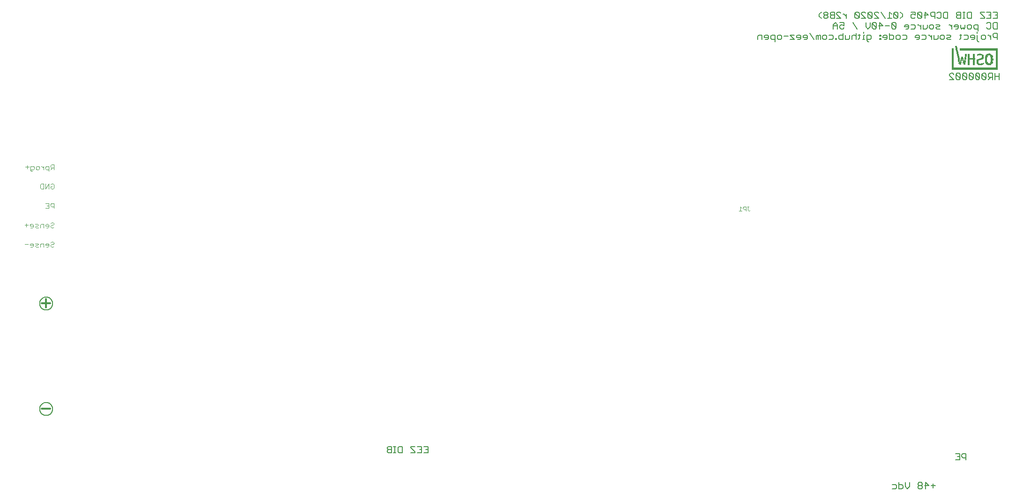
<source format=gbo>
G75*
%MOIN*%
%OFA0B0*%
%FSLAX25Y25*%
%IPPOS*%
%LPD*%
%AMOC8*
5,1,8,0,0,1.08239X$1,22.5*
%
%ADD10C,0.00500*%
%ADD11C,0.00400*%
%ADD12C,0.00800*%
%ADD13C,0.01200*%
%ADD14C,0.00300*%
%ADD15R,0.32700X0.00300*%
%ADD16R,0.01500X0.00300*%
%ADD17R,0.02700X0.00300*%
%ADD18R,0.03000X0.00300*%
%ADD19R,0.03600X0.00300*%
%ADD20R,0.04200X0.00300*%
%ADD21R,0.04800X0.00300*%
%ADD22R,0.04500X0.00300*%
%ADD23R,0.02100X0.00300*%
%ADD24R,0.01800X0.00300*%
%ADD25R,0.01200X0.00300*%
%ADD26R,0.00600X0.00300*%
%ADD27R,0.00900X0.00300*%
%ADD28R,0.02400X0.00300*%
%ADD29R,0.03300X0.00300*%
%ADD30R,0.05400X0.00300*%
%ADD31R,0.03900X0.00300*%
%ADD32R,0.27000X0.00300*%
%ADD33C,0.00600*%
D10*
X0365252Y0131113D02*
X0366002Y0130362D01*
X0368254Y0130362D01*
X0368254Y0134866D01*
X0366002Y0134866D01*
X0365252Y0134115D01*
X0365252Y0133365D01*
X0366002Y0132614D01*
X0368254Y0132614D01*
X0366002Y0132614D02*
X0365252Y0131863D01*
X0365252Y0131113D01*
X0369822Y0130362D02*
X0371324Y0130362D01*
X0370573Y0130362D02*
X0370573Y0134866D01*
X0371324Y0134866D02*
X0369822Y0134866D01*
X0372925Y0134115D02*
X0373676Y0134866D01*
X0375927Y0134866D01*
X0375927Y0130362D01*
X0373676Y0130362D01*
X0372925Y0131113D01*
X0372925Y0134115D01*
X0382133Y0134115D02*
X0385135Y0131113D01*
X0385135Y0130362D01*
X0382133Y0130362D01*
X0382133Y0134115D02*
X0382133Y0134866D01*
X0385135Y0134866D01*
X0386737Y0134866D02*
X0389739Y0134866D01*
X0389739Y0130362D01*
X0386737Y0130362D01*
X0388238Y0132614D02*
X0389739Y0132614D01*
X0391341Y0130362D02*
X0394343Y0130362D01*
X0394343Y0134866D01*
X0391341Y0134866D01*
X0392842Y0132614D02*
X0394343Y0132614D01*
X0724351Y0107849D02*
X0726603Y0107849D01*
X0727353Y0107098D01*
X0727353Y0105597D01*
X0726603Y0104846D01*
X0724351Y0104846D01*
X0728955Y0104846D02*
X0728955Y0109350D01*
X0728955Y0107849D02*
X0731207Y0107849D01*
X0731957Y0107098D01*
X0731957Y0105597D01*
X0731207Y0104846D01*
X0728955Y0104846D01*
X0733559Y0106348D02*
X0733559Y0109350D01*
X0733559Y0106348D02*
X0735060Y0104846D01*
X0736561Y0106348D01*
X0736561Y0109350D01*
X0742767Y0108600D02*
X0742767Y0107849D01*
X0743517Y0107098D01*
X0745019Y0107098D01*
X0745769Y0107849D01*
X0745769Y0108600D01*
X0745019Y0109350D01*
X0743517Y0109350D01*
X0742767Y0108600D01*
X0743517Y0107098D02*
X0742767Y0106348D01*
X0742767Y0105597D01*
X0743517Y0104846D01*
X0745019Y0104846D01*
X0745769Y0105597D01*
X0745769Y0106348D01*
X0745019Y0107098D01*
X0747371Y0107098D02*
X0750373Y0107098D01*
X0748121Y0109350D01*
X0748121Y0104846D01*
X0751974Y0107098D02*
X0754977Y0107098D01*
X0753476Y0105597D02*
X0753476Y0108600D01*
X0769237Y0125362D02*
X0772239Y0125362D01*
X0772239Y0129866D01*
X0769237Y0129866D01*
X0770738Y0127614D02*
X0772239Y0127614D01*
X0773841Y0127614D02*
X0774591Y0126863D01*
X0776843Y0126863D01*
X0776843Y0125362D02*
X0776843Y0129866D01*
X0774591Y0129866D01*
X0773841Y0129115D01*
X0773841Y0127614D01*
X0785298Y0422861D02*
X0784547Y0423612D01*
X0784547Y0427365D01*
X0784547Y0428866D02*
X0784547Y0429617D01*
X0785281Y0430361D02*
X0785281Y0434865D01*
X0783029Y0434865D01*
X0782279Y0434114D01*
X0782279Y0432613D01*
X0783029Y0431862D01*
X0785281Y0431862D01*
X0780677Y0432613D02*
X0779927Y0431862D01*
X0778426Y0431862D01*
X0777675Y0432613D01*
X0777675Y0434114D01*
X0778426Y0434865D01*
X0779927Y0434865D01*
X0780677Y0434114D01*
X0780677Y0432613D01*
X0776074Y0432613D02*
X0776074Y0434865D01*
X0776074Y0432613D02*
X0775323Y0431862D01*
X0774572Y0432613D01*
X0773822Y0431862D01*
X0773071Y0432613D01*
X0773071Y0434865D01*
X0771470Y0434114D02*
X0770719Y0434865D01*
X0769218Y0434865D01*
X0768467Y0434114D01*
X0768467Y0433363D01*
X0771470Y0433363D01*
X0771470Y0432613D02*
X0771470Y0434114D01*
X0771470Y0432613D02*
X0770719Y0431862D01*
X0769218Y0431862D01*
X0766866Y0431862D02*
X0766866Y0434865D01*
X0766866Y0433363D02*
X0765364Y0434865D01*
X0764614Y0434865D01*
X0763796Y0439362D02*
X0761545Y0439362D01*
X0760794Y0440113D01*
X0760794Y0443115D01*
X0761545Y0443866D01*
X0763796Y0443866D01*
X0763796Y0439362D01*
X0759192Y0440113D02*
X0759192Y0443115D01*
X0758442Y0443866D01*
X0756941Y0443866D01*
X0756190Y0443115D01*
X0754589Y0443866D02*
X0752337Y0443866D01*
X0751586Y0443115D01*
X0751586Y0441614D01*
X0752337Y0440863D01*
X0754589Y0440863D01*
X0754589Y0439362D02*
X0754589Y0443866D01*
X0756190Y0440113D02*
X0756941Y0439362D01*
X0758442Y0439362D01*
X0759192Y0440113D01*
X0757675Y0434865D02*
X0755423Y0434865D01*
X0756173Y0433363D02*
X0757675Y0433363D01*
X0758425Y0434114D01*
X0757675Y0434865D01*
X0756173Y0433363D02*
X0755423Y0432613D01*
X0756173Y0431862D01*
X0758425Y0431862D01*
X0759243Y0427365D02*
X0760744Y0427365D01*
X0761494Y0426614D01*
X0761494Y0425113D01*
X0760744Y0424362D01*
X0759243Y0424362D01*
X0758492Y0425113D01*
X0758492Y0426614D01*
X0759243Y0427365D01*
X0756891Y0427365D02*
X0756891Y0425113D01*
X0756140Y0424362D01*
X0753888Y0424362D01*
X0753888Y0427365D01*
X0752287Y0427365D02*
X0752287Y0424362D01*
X0752287Y0425863D02*
X0750785Y0427365D01*
X0750035Y0427365D01*
X0748450Y0426614D02*
X0748450Y0425113D01*
X0747699Y0424362D01*
X0745447Y0424362D01*
X0743846Y0425113D02*
X0743846Y0426614D01*
X0743095Y0427365D01*
X0741594Y0427365D01*
X0740844Y0426614D01*
X0740844Y0425863D01*
X0743846Y0425863D01*
X0743846Y0425113D02*
X0743095Y0424362D01*
X0741594Y0424362D01*
X0745447Y0427365D02*
X0747699Y0427365D01*
X0748450Y0426614D01*
X0748467Y0431862D02*
X0746215Y0431862D01*
X0746215Y0434865D01*
X0744613Y0434865D02*
X0744613Y0431862D01*
X0744613Y0433363D02*
X0743112Y0434865D01*
X0742361Y0434865D01*
X0740777Y0434114D02*
X0740777Y0432613D01*
X0740026Y0431862D01*
X0737774Y0431862D01*
X0736173Y0432613D02*
X0736173Y0434114D01*
X0735422Y0434865D01*
X0733921Y0434865D01*
X0733170Y0434114D01*
X0733170Y0433363D01*
X0736173Y0433363D01*
X0736173Y0432613D02*
X0735422Y0431862D01*
X0733921Y0431862D01*
X0733888Y0427365D02*
X0734638Y0426614D01*
X0734638Y0425113D01*
X0733888Y0424362D01*
X0731636Y0424362D01*
X0730034Y0425113D02*
X0729284Y0424362D01*
X0727782Y0424362D01*
X0727032Y0425113D01*
X0727032Y0426614D01*
X0727782Y0427365D01*
X0729284Y0427365D01*
X0730034Y0426614D01*
X0730034Y0425113D01*
X0731636Y0427365D02*
X0733888Y0427365D01*
X0725430Y0426614D02*
X0724680Y0427365D01*
X0722428Y0427365D01*
X0722428Y0428866D02*
X0722428Y0424362D01*
X0724680Y0424362D01*
X0725430Y0425113D01*
X0725430Y0426614D01*
X0720826Y0426614D02*
X0720076Y0427365D01*
X0718575Y0427365D01*
X0717824Y0426614D01*
X0717824Y0425863D01*
X0720826Y0425863D01*
X0720826Y0425113D02*
X0720826Y0426614D01*
X0720826Y0425113D02*
X0720076Y0424362D01*
X0718575Y0424362D01*
X0716223Y0424362D02*
X0716223Y0425113D01*
X0715472Y0425113D01*
X0715472Y0424362D01*
X0716223Y0424362D01*
X0716223Y0426614D02*
X0716223Y0427365D01*
X0715472Y0427365D01*
X0715472Y0426614D01*
X0716223Y0426614D01*
X0715505Y0431862D02*
X0715505Y0436366D01*
X0717757Y0434114D01*
X0714755Y0434114D01*
X0713153Y0432613D02*
X0713153Y0435615D01*
X0712403Y0436366D01*
X0710901Y0436366D01*
X0710151Y0435615D01*
X0713153Y0432613D01*
X0712403Y0431862D01*
X0710901Y0431862D01*
X0710151Y0432613D01*
X0710151Y0435615D01*
X0708549Y0436366D02*
X0708549Y0433363D01*
X0707048Y0431862D01*
X0705547Y0433363D01*
X0705547Y0436366D01*
X0705480Y0439362D02*
X0702477Y0442365D01*
X0702477Y0443115D01*
X0703228Y0443866D01*
X0704729Y0443866D01*
X0705480Y0443115D01*
X0707081Y0443115D02*
X0710084Y0440113D01*
X0709333Y0439362D01*
X0707832Y0439362D01*
X0707081Y0440113D01*
X0707081Y0443115D01*
X0707832Y0443866D01*
X0709333Y0443866D01*
X0710084Y0443115D01*
X0710084Y0440113D01*
X0711685Y0439362D02*
X0714688Y0439362D01*
X0711685Y0442365D01*
X0711685Y0443115D01*
X0712436Y0443866D01*
X0713937Y0443866D01*
X0714688Y0443115D01*
X0716289Y0443866D02*
X0719292Y0439362D01*
X0720893Y0439362D02*
X0723896Y0439362D01*
X0722394Y0439362D02*
X0722394Y0443866D01*
X0723896Y0442365D01*
X0725497Y0443115D02*
X0728500Y0440113D01*
X0727749Y0439362D01*
X0726248Y0439362D01*
X0725497Y0440113D01*
X0725497Y0443115D01*
X0726248Y0443866D01*
X0727749Y0443866D01*
X0728500Y0443115D01*
X0728500Y0440113D01*
X0730068Y0439362D02*
X0731569Y0440863D01*
X0731569Y0442365D01*
X0730068Y0443866D01*
X0737774Y0443866D02*
X0740777Y0443866D01*
X0740777Y0441614D01*
X0739276Y0442365D01*
X0738525Y0442365D01*
X0737774Y0441614D01*
X0737774Y0440113D01*
X0738525Y0439362D01*
X0740026Y0439362D01*
X0740777Y0440113D01*
X0742378Y0440113D02*
X0743129Y0439362D01*
X0744630Y0439362D01*
X0745381Y0440113D01*
X0742378Y0443115D01*
X0742378Y0440113D01*
X0742378Y0443115D02*
X0743129Y0443866D01*
X0744630Y0443866D01*
X0745381Y0443115D01*
X0745381Y0440113D01*
X0746982Y0441614D02*
X0749985Y0441614D01*
X0747733Y0443866D01*
X0747733Y0439362D01*
X0749217Y0434865D02*
X0749217Y0432613D01*
X0748467Y0431862D01*
X0750819Y0432613D02*
X0750819Y0434114D01*
X0751569Y0434865D01*
X0753071Y0434865D01*
X0753821Y0434114D01*
X0753821Y0432613D01*
X0753071Y0431862D01*
X0751569Y0431862D01*
X0750819Y0432613D01*
X0740777Y0434114D02*
X0740026Y0434865D01*
X0737774Y0434865D01*
X0726965Y0435615D02*
X0726965Y0432613D01*
X0723962Y0435615D01*
X0723962Y0432613D01*
X0724713Y0431862D01*
X0726214Y0431862D01*
X0726965Y0432613D01*
X0726965Y0435615D02*
X0726214Y0436366D01*
X0724713Y0436366D01*
X0723962Y0435615D01*
X0722361Y0434114D02*
X0719359Y0434114D01*
X0705480Y0439362D02*
X0702477Y0439362D01*
X0700876Y0440113D02*
X0697874Y0443115D01*
X0697874Y0440113D01*
X0698624Y0439362D01*
X0700125Y0439362D01*
X0700876Y0440113D01*
X0700876Y0443115D01*
X0700125Y0443866D01*
X0698624Y0443866D01*
X0697874Y0443115D01*
X0691668Y0442365D02*
X0691668Y0439362D01*
X0691668Y0440863D02*
X0690167Y0442365D01*
X0689416Y0442365D01*
X0687832Y0443115D02*
X0687081Y0443866D01*
X0685580Y0443866D01*
X0684829Y0443115D01*
X0684829Y0442365D01*
X0687832Y0439362D01*
X0684829Y0439362D01*
X0683228Y0439362D02*
X0680976Y0439362D01*
X0680225Y0440113D01*
X0680225Y0440863D01*
X0680976Y0441614D01*
X0683228Y0441614D01*
X0683228Y0439362D02*
X0683228Y0443866D01*
X0680976Y0443866D01*
X0680225Y0443115D01*
X0680225Y0442365D01*
X0680976Y0441614D01*
X0678624Y0440863D02*
X0677873Y0441614D01*
X0676372Y0441614D01*
X0675621Y0440863D01*
X0675621Y0440113D01*
X0676372Y0439362D01*
X0677873Y0439362D01*
X0678624Y0440113D01*
X0678624Y0440863D01*
X0677873Y0441614D02*
X0678624Y0442365D01*
X0678624Y0443115D01*
X0677873Y0443866D01*
X0676372Y0443866D01*
X0675621Y0443115D01*
X0675621Y0442365D01*
X0676372Y0441614D01*
X0674020Y0439362D02*
X0672519Y0440863D01*
X0672519Y0442365D01*
X0674020Y0443866D01*
X0682527Y0434865D02*
X0682527Y0431862D01*
X0682527Y0434114D02*
X0685530Y0434114D01*
X0685530Y0434865D02*
X0684028Y0436366D01*
X0682527Y0434865D01*
X0685530Y0434865D02*
X0685530Y0431862D01*
X0687131Y0432613D02*
X0687131Y0434114D01*
X0687882Y0434865D01*
X0688632Y0434865D01*
X0690134Y0434114D01*
X0690134Y0436366D01*
X0687131Y0436366D01*
X0687131Y0432613D02*
X0687882Y0431862D01*
X0689383Y0431862D01*
X0690134Y0432613D01*
X0689366Y0428866D02*
X0689366Y0424362D01*
X0687114Y0424362D01*
X0686364Y0425113D01*
X0686364Y0426614D01*
X0687114Y0427365D01*
X0689366Y0427365D01*
X0690968Y0427365D02*
X0690968Y0424362D01*
X0693220Y0424362D01*
X0693970Y0425113D01*
X0693970Y0427365D01*
X0695572Y0426614D02*
X0695572Y0424362D01*
X0695572Y0426614D02*
X0696322Y0427365D01*
X0697824Y0427365D01*
X0698574Y0426614D01*
X0700142Y0427365D02*
X0701643Y0427365D01*
X0700893Y0428115D02*
X0700893Y0425113D01*
X0700142Y0424362D01*
X0698574Y0424362D02*
X0698574Y0428866D01*
X0699341Y0431862D02*
X0696339Y0436366D01*
X0703962Y0429617D02*
X0703962Y0428866D01*
X0703962Y0427365D02*
X0703962Y0424362D01*
X0704713Y0424362D02*
X0703211Y0424362D01*
X0703962Y0427365D02*
X0704713Y0427365D01*
X0706314Y0427365D02*
X0708566Y0427365D01*
X0709317Y0426614D01*
X0709317Y0425113D01*
X0708566Y0424362D01*
X0706314Y0424362D01*
X0706314Y0423612D02*
X0706314Y0427365D01*
X0706314Y0423612D02*
X0707065Y0422861D01*
X0707815Y0422861D01*
X0684762Y0424362D02*
X0684012Y0424362D01*
X0684012Y0425113D01*
X0684762Y0425113D01*
X0684762Y0424362D01*
X0682460Y0425113D02*
X0681710Y0424362D01*
X0679458Y0424362D01*
X0677857Y0425113D02*
X0677106Y0424362D01*
X0675605Y0424362D01*
X0674854Y0425113D01*
X0674854Y0426614D01*
X0675605Y0427365D01*
X0677106Y0427365D01*
X0677857Y0426614D01*
X0677857Y0425113D01*
X0679458Y0427365D02*
X0681710Y0427365D01*
X0682460Y0426614D01*
X0682460Y0425113D01*
X0673253Y0424362D02*
X0673253Y0427365D01*
X0672502Y0427365D01*
X0671751Y0426614D01*
X0671001Y0427365D01*
X0670250Y0426614D01*
X0670250Y0424362D01*
X0671751Y0424362D02*
X0671751Y0426614D01*
X0668649Y0424362D02*
X0665646Y0428866D01*
X0664045Y0426614D02*
X0663294Y0427365D01*
X0661793Y0427365D01*
X0661042Y0426614D01*
X0661042Y0425863D01*
X0664045Y0425863D01*
X0664045Y0425113D02*
X0664045Y0426614D01*
X0664045Y0425113D02*
X0663294Y0424362D01*
X0661793Y0424362D01*
X0659441Y0425113D02*
X0659441Y0426614D01*
X0658690Y0427365D01*
X0657189Y0427365D01*
X0656438Y0426614D01*
X0656438Y0425863D01*
X0659441Y0425863D01*
X0659441Y0425113D02*
X0658690Y0424362D01*
X0657189Y0424362D01*
X0654837Y0424362D02*
X0651834Y0424362D01*
X0650233Y0426614D02*
X0647230Y0426614D01*
X0645629Y0426614D02*
X0645629Y0425113D01*
X0644878Y0424362D01*
X0643377Y0424362D01*
X0642626Y0425113D01*
X0642626Y0426614D01*
X0643377Y0427365D01*
X0644878Y0427365D01*
X0645629Y0426614D01*
X0641025Y0427365D02*
X0641025Y0422861D01*
X0641025Y0424362D02*
X0638773Y0424362D01*
X0638023Y0425113D01*
X0638023Y0426614D01*
X0638773Y0427365D01*
X0641025Y0427365D01*
X0636421Y0426614D02*
X0635671Y0427365D01*
X0634169Y0427365D01*
X0633419Y0426614D01*
X0633419Y0425863D01*
X0636421Y0425863D01*
X0636421Y0425113D02*
X0636421Y0426614D01*
X0636421Y0425113D02*
X0635671Y0424362D01*
X0634169Y0424362D01*
X0631817Y0424362D02*
X0631817Y0427365D01*
X0629565Y0427365D01*
X0628815Y0426614D01*
X0628815Y0424362D01*
X0651834Y0427365D02*
X0654837Y0424362D01*
X0654837Y0427365D02*
X0651834Y0427365D01*
X0763096Y0427365D02*
X0765348Y0427365D01*
X0766098Y0426614D01*
X0765348Y0425863D01*
X0763846Y0425863D01*
X0763096Y0425113D01*
X0763846Y0424362D01*
X0766098Y0424362D01*
X0772270Y0424362D02*
X0773021Y0425113D01*
X0773021Y0428115D01*
X0773772Y0427365D02*
X0772270Y0427365D01*
X0775373Y0427365D02*
X0777625Y0427365D01*
X0778376Y0426614D01*
X0778376Y0425113D01*
X0777625Y0424362D01*
X0775373Y0424362D01*
X0779977Y0425863D02*
X0782979Y0425863D01*
X0782979Y0425113D02*
X0782979Y0426614D01*
X0782229Y0427365D01*
X0780728Y0427365D01*
X0779977Y0426614D01*
X0779977Y0425863D01*
X0780728Y0424362D02*
X0782229Y0424362D01*
X0782979Y0425113D01*
X0785298Y0422861D02*
X0786049Y0422861D01*
X0787650Y0425113D02*
X0787650Y0426614D01*
X0788401Y0427365D01*
X0789902Y0427365D01*
X0790653Y0426614D01*
X0790653Y0425113D01*
X0789902Y0424362D01*
X0788401Y0424362D01*
X0787650Y0425113D01*
X0792237Y0427365D02*
X0792988Y0427365D01*
X0794489Y0425863D01*
X0794489Y0424362D02*
X0794489Y0427365D01*
X0796091Y0428115D02*
X0796841Y0428866D01*
X0799093Y0428866D01*
X0799093Y0424362D01*
X0799093Y0425863D02*
X0796841Y0425863D01*
X0796091Y0426614D01*
X0796091Y0428115D01*
X0796841Y0431862D02*
X0796091Y0432613D01*
X0796091Y0435615D01*
X0796841Y0436366D01*
X0799093Y0436366D01*
X0799093Y0431862D01*
X0796841Y0431862D01*
X0794489Y0432613D02*
X0794489Y0435615D01*
X0793739Y0436366D01*
X0792237Y0436366D01*
X0791487Y0435615D01*
X0791487Y0432613D02*
X0792237Y0431862D01*
X0793739Y0431862D01*
X0794489Y0432613D01*
X0794489Y0439362D02*
X0791487Y0439362D01*
X0789885Y0439362D02*
X0786883Y0439362D01*
X0789885Y0439362D02*
X0789885Y0440113D01*
X0786883Y0443115D01*
X0786883Y0443866D01*
X0789885Y0443866D01*
X0791487Y0443866D02*
X0794489Y0443866D01*
X0794489Y0439362D01*
X0796091Y0439362D02*
X0799093Y0439362D01*
X0799093Y0443866D01*
X0796091Y0443866D01*
X0797592Y0441614D02*
X0799093Y0441614D01*
X0794489Y0441614D02*
X0792988Y0441614D01*
X0780677Y0443866D02*
X0780677Y0439362D01*
X0778426Y0439362D01*
X0777675Y0440113D01*
X0777675Y0443115D01*
X0778426Y0443866D01*
X0780677Y0443866D01*
X0776074Y0443866D02*
X0774572Y0443866D01*
X0775323Y0443866D02*
X0775323Y0439362D01*
X0776074Y0439362D02*
X0774572Y0439362D01*
X0773004Y0439362D02*
X0770752Y0439362D01*
X0770002Y0440113D01*
X0770002Y0440863D01*
X0770752Y0441614D01*
X0773004Y0441614D01*
X0770752Y0441614D02*
X0770002Y0442365D01*
X0770002Y0443115D01*
X0770752Y0443866D01*
X0773004Y0443866D01*
X0773004Y0439362D01*
D11*
X0128393Y0335415D02*
X0126592Y0335415D01*
X0125991Y0334815D01*
X0125991Y0333614D01*
X0126592Y0333013D01*
X0128393Y0333013D01*
X0128393Y0331812D02*
X0128393Y0335415D01*
X0127192Y0333013D02*
X0125991Y0331812D01*
X0124710Y0331812D02*
X0122908Y0331812D01*
X0122308Y0332413D01*
X0122308Y0333614D01*
X0122908Y0334214D01*
X0124710Y0334214D01*
X0124710Y0330611D01*
X0121027Y0331812D02*
X0121027Y0334214D01*
X0121027Y0333013D02*
X0119826Y0334214D01*
X0119225Y0334214D01*
X0117958Y0333614D02*
X0117958Y0332413D01*
X0117357Y0331812D01*
X0116156Y0331812D01*
X0115556Y0332413D01*
X0115556Y0333614D01*
X0116156Y0334214D01*
X0117357Y0334214D01*
X0117958Y0333614D01*
X0114274Y0333614D02*
X0114274Y0332413D01*
X0113674Y0331812D01*
X0111872Y0331812D01*
X0111872Y0331212D02*
X0111872Y0334214D01*
X0113674Y0334214D01*
X0114274Y0333614D01*
X0113073Y0330611D02*
X0112473Y0330611D01*
X0111872Y0331212D01*
X0110591Y0333614D02*
X0108189Y0333614D01*
X0109390Y0334815D02*
X0109390Y0332413D01*
X0119225Y0321665D02*
X0121027Y0321665D01*
X0121027Y0318062D01*
X0119225Y0318062D01*
X0118625Y0318663D01*
X0118625Y0321065D01*
X0119225Y0321665D01*
X0122308Y0321665D02*
X0122308Y0318062D01*
X0124710Y0321665D01*
X0124710Y0318062D01*
X0125991Y0318663D02*
X0125991Y0319864D01*
X0127192Y0319864D01*
X0125991Y0321065D02*
X0126592Y0321665D01*
X0127793Y0321665D01*
X0128393Y0321065D01*
X0128393Y0318663D01*
X0127793Y0318062D01*
X0126592Y0318062D01*
X0125991Y0318663D01*
X0126592Y0307915D02*
X0125991Y0307315D01*
X0125991Y0306114D01*
X0126592Y0305513D01*
X0128393Y0305513D01*
X0128393Y0304312D02*
X0128393Y0307915D01*
X0126592Y0307915D01*
X0124710Y0307915D02*
X0124710Y0304312D01*
X0122308Y0304312D01*
X0123509Y0306114D02*
X0124710Y0306114D01*
X0124710Y0307915D02*
X0122308Y0307915D01*
X0126592Y0294165D02*
X0127793Y0294165D01*
X0128393Y0293565D01*
X0128393Y0292964D01*
X0127793Y0292364D01*
X0126592Y0292364D01*
X0125991Y0291763D01*
X0125991Y0291163D01*
X0126592Y0290562D01*
X0127793Y0290562D01*
X0128393Y0291163D01*
X0125991Y0293565D02*
X0126592Y0294165D01*
X0124710Y0292364D02*
X0124710Y0291163D01*
X0124110Y0290562D01*
X0122908Y0290562D01*
X0122308Y0291763D02*
X0124710Y0291763D01*
X0124710Y0292364D02*
X0124110Y0292964D01*
X0122908Y0292964D01*
X0122308Y0292364D01*
X0122308Y0291763D01*
X0121027Y0290562D02*
X0121027Y0292964D01*
X0119225Y0292964D01*
X0118625Y0292364D01*
X0118625Y0290562D01*
X0117344Y0290562D02*
X0115542Y0290562D01*
X0114942Y0291163D01*
X0115542Y0291763D01*
X0116743Y0291763D01*
X0117344Y0292364D01*
X0116743Y0292964D01*
X0114942Y0292964D01*
X0113661Y0292364D02*
X0113060Y0292964D01*
X0111859Y0292964D01*
X0111259Y0292364D01*
X0111259Y0291763D01*
X0113661Y0291763D01*
X0113661Y0291163D02*
X0113661Y0292364D01*
X0113661Y0291163D02*
X0113060Y0290562D01*
X0111859Y0290562D01*
X0109977Y0292364D02*
X0107575Y0292364D01*
X0108776Y0293565D02*
X0108776Y0291163D01*
X0111859Y0279214D02*
X0111259Y0278614D01*
X0111259Y0278013D01*
X0113661Y0278013D01*
X0113661Y0277413D02*
X0113661Y0278614D01*
X0113060Y0279214D01*
X0111859Y0279214D01*
X0109977Y0278614D02*
X0107575Y0278614D01*
X0111859Y0276812D02*
X0113060Y0276812D01*
X0113661Y0277413D01*
X0114942Y0277413D02*
X0115542Y0278013D01*
X0116743Y0278013D01*
X0117344Y0278614D01*
X0116743Y0279214D01*
X0114942Y0279214D01*
X0114942Y0277413D02*
X0115542Y0276812D01*
X0117344Y0276812D01*
X0118625Y0276812D02*
X0118625Y0278614D01*
X0119225Y0279214D01*
X0121027Y0279214D01*
X0121027Y0276812D01*
X0122308Y0278013D02*
X0124710Y0278013D01*
X0124710Y0277413D02*
X0124710Y0278614D01*
X0124110Y0279214D01*
X0122908Y0279214D01*
X0122308Y0278614D01*
X0122308Y0278013D01*
X0122908Y0276812D02*
X0124110Y0276812D01*
X0124710Y0277413D01*
X0125991Y0277413D02*
X0126592Y0276812D01*
X0127793Y0276812D01*
X0128393Y0277413D01*
X0127793Y0278614D02*
X0126592Y0278614D01*
X0125991Y0278013D01*
X0125991Y0277413D01*
X0127793Y0278614D02*
X0128393Y0279214D01*
X0128393Y0279815D01*
X0127793Y0280415D01*
X0126592Y0280415D01*
X0125991Y0279815D01*
D12*
X0118243Y0236612D02*
X0118245Y0236747D01*
X0118251Y0236882D01*
X0118261Y0237017D01*
X0118275Y0237151D01*
X0118292Y0237285D01*
X0118314Y0237418D01*
X0118340Y0237551D01*
X0118369Y0237683D01*
X0118403Y0237813D01*
X0118440Y0237943D01*
X0118481Y0238072D01*
X0118526Y0238199D01*
X0118574Y0238325D01*
X0118626Y0238450D01*
X0118682Y0238573D01*
X0118741Y0238694D01*
X0118804Y0238814D01*
X0118871Y0238931D01*
X0118940Y0239047D01*
X0119014Y0239161D01*
X0119090Y0239272D01*
X0119170Y0239381D01*
X0119253Y0239488D01*
X0119339Y0239592D01*
X0119428Y0239693D01*
X0119519Y0239792D01*
X0119614Y0239888D01*
X0119712Y0239982D01*
X0119812Y0240072D01*
X0119915Y0240160D01*
X0120020Y0240244D01*
X0120128Y0240326D01*
X0120238Y0240404D01*
X0120351Y0240478D01*
X0120465Y0240550D01*
X0120582Y0240618D01*
X0120701Y0240683D01*
X0120821Y0240744D01*
X0120943Y0240801D01*
X0121067Y0240855D01*
X0121192Y0240906D01*
X0121319Y0240952D01*
X0121447Y0240995D01*
X0121577Y0241034D01*
X0121707Y0241069D01*
X0121838Y0241101D01*
X0121970Y0241128D01*
X0122103Y0241152D01*
X0122237Y0241172D01*
X0122371Y0241188D01*
X0122506Y0241200D01*
X0122640Y0241208D01*
X0122775Y0241212D01*
X0122911Y0241212D01*
X0123046Y0241208D01*
X0123180Y0241200D01*
X0123315Y0241188D01*
X0123449Y0241172D01*
X0123583Y0241152D01*
X0123716Y0241128D01*
X0123848Y0241101D01*
X0123979Y0241069D01*
X0124109Y0241034D01*
X0124239Y0240995D01*
X0124367Y0240952D01*
X0124494Y0240906D01*
X0124619Y0240855D01*
X0124743Y0240801D01*
X0124865Y0240744D01*
X0124985Y0240683D01*
X0125104Y0240618D01*
X0125221Y0240550D01*
X0125335Y0240478D01*
X0125448Y0240404D01*
X0125558Y0240326D01*
X0125666Y0240244D01*
X0125771Y0240160D01*
X0125874Y0240072D01*
X0125974Y0239982D01*
X0126072Y0239888D01*
X0126167Y0239792D01*
X0126258Y0239693D01*
X0126347Y0239592D01*
X0126433Y0239488D01*
X0126516Y0239381D01*
X0126596Y0239272D01*
X0126672Y0239161D01*
X0126746Y0239047D01*
X0126815Y0238931D01*
X0126882Y0238814D01*
X0126945Y0238694D01*
X0127004Y0238573D01*
X0127060Y0238450D01*
X0127112Y0238325D01*
X0127160Y0238199D01*
X0127205Y0238072D01*
X0127246Y0237943D01*
X0127283Y0237813D01*
X0127317Y0237683D01*
X0127346Y0237551D01*
X0127372Y0237418D01*
X0127394Y0237285D01*
X0127411Y0237151D01*
X0127425Y0237017D01*
X0127435Y0236882D01*
X0127441Y0236747D01*
X0127443Y0236612D01*
X0127441Y0236477D01*
X0127435Y0236342D01*
X0127425Y0236207D01*
X0127411Y0236073D01*
X0127394Y0235939D01*
X0127372Y0235806D01*
X0127346Y0235673D01*
X0127317Y0235541D01*
X0127283Y0235411D01*
X0127246Y0235281D01*
X0127205Y0235152D01*
X0127160Y0235025D01*
X0127112Y0234899D01*
X0127060Y0234774D01*
X0127004Y0234651D01*
X0126945Y0234530D01*
X0126882Y0234410D01*
X0126815Y0234293D01*
X0126746Y0234177D01*
X0126672Y0234063D01*
X0126596Y0233952D01*
X0126516Y0233843D01*
X0126433Y0233736D01*
X0126347Y0233632D01*
X0126258Y0233531D01*
X0126167Y0233432D01*
X0126072Y0233336D01*
X0125974Y0233242D01*
X0125874Y0233152D01*
X0125771Y0233064D01*
X0125666Y0232980D01*
X0125558Y0232898D01*
X0125448Y0232820D01*
X0125335Y0232746D01*
X0125221Y0232674D01*
X0125104Y0232606D01*
X0124985Y0232541D01*
X0124865Y0232480D01*
X0124743Y0232423D01*
X0124619Y0232369D01*
X0124494Y0232318D01*
X0124367Y0232272D01*
X0124239Y0232229D01*
X0124109Y0232190D01*
X0123979Y0232155D01*
X0123848Y0232123D01*
X0123716Y0232096D01*
X0123583Y0232072D01*
X0123449Y0232052D01*
X0123315Y0232036D01*
X0123180Y0232024D01*
X0123046Y0232016D01*
X0122911Y0232012D01*
X0122775Y0232012D01*
X0122640Y0232016D01*
X0122506Y0232024D01*
X0122371Y0232036D01*
X0122237Y0232052D01*
X0122103Y0232072D01*
X0121970Y0232096D01*
X0121838Y0232123D01*
X0121707Y0232155D01*
X0121577Y0232190D01*
X0121447Y0232229D01*
X0121319Y0232272D01*
X0121192Y0232318D01*
X0121067Y0232369D01*
X0120943Y0232423D01*
X0120821Y0232480D01*
X0120701Y0232541D01*
X0120582Y0232606D01*
X0120465Y0232674D01*
X0120351Y0232746D01*
X0120238Y0232820D01*
X0120128Y0232898D01*
X0120020Y0232980D01*
X0119915Y0233064D01*
X0119812Y0233152D01*
X0119712Y0233242D01*
X0119614Y0233336D01*
X0119519Y0233432D01*
X0119428Y0233531D01*
X0119339Y0233632D01*
X0119253Y0233736D01*
X0119170Y0233843D01*
X0119090Y0233952D01*
X0119014Y0234063D01*
X0118940Y0234177D01*
X0118871Y0234293D01*
X0118804Y0234410D01*
X0118741Y0234530D01*
X0118682Y0234651D01*
X0118626Y0234774D01*
X0118574Y0234899D01*
X0118526Y0235025D01*
X0118481Y0235152D01*
X0118440Y0235281D01*
X0118403Y0235411D01*
X0118369Y0235541D01*
X0118340Y0235673D01*
X0118314Y0235806D01*
X0118292Y0235939D01*
X0118275Y0236073D01*
X0118261Y0236207D01*
X0118251Y0236342D01*
X0118245Y0236477D01*
X0118243Y0236612D01*
X0118243Y0161612D02*
X0118245Y0161747D01*
X0118251Y0161882D01*
X0118261Y0162017D01*
X0118275Y0162151D01*
X0118292Y0162285D01*
X0118314Y0162418D01*
X0118340Y0162551D01*
X0118369Y0162683D01*
X0118403Y0162813D01*
X0118440Y0162943D01*
X0118481Y0163072D01*
X0118526Y0163199D01*
X0118574Y0163325D01*
X0118626Y0163450D01*
X0118682Y0163573D01*
X0118741Y0163694D01*
X0118804Y0163814D01*
X0118871Y0163931D01*
X0118940Y0164047D01*
X0119014Y0164161D01*
X0119090Y0164272D01*
X0119170Y0164381D01*
X0119253Y0164488D01*
X0119339Y0164592D01*
X0119428Y0164693D01*
X0119519Y0164792D01*
X0119614Y0164888D01*
X0119712Y0164982D01*
X0119812Y0165072D01*
X0119915Y0165160D01*
X0120020Y0165244D01*
X0120128Y0165326D01*
X0120238Y0165404D01*
X0120351Y0165478D01*
X0120465Y0165550D01*
X0120582Y0165618D01*
X0120701Y0165683D01*
X0120821Y0165744D01*
X0120943Y0165801D01*
X0121067Y0165855D01*
X0121192Y0165906D01*
X0121319Y0165952D01*
X0121447Y0165995D01*
X0121577Y0166034D01*
X0121707Y0166069D01*
X0121838Y0166101D01*
X0121970Y0166128D01*
X0122103Y0166152D01*
X0122237Y0166172D01*
X0122371Y0166188D01*
X0122506Y0166200D01*
X0122640Y0166208D01*
X0122775Y0166212D01*
X0122911Y0166212D01*
X0123046Y0166208D01*
X0123180Y0166200D01*
X0123315Y0166188D01*
X0123449Y0166172D01*
X0123583Y0166152D01*
X0123716Y0166128D01*
X0123848Y0166101D01*
X0123979Y0166069D01*
X0124109Y0166034D01*
X0124239Y0165995D01*
X0124367Y0165952D01*
X0124494Y0165906D01*
X0124619Y0165855D01*
X0124743Y0165801D01*
X0124865Y0165744D01*
X0124985Y0165683D01*
X0125104Y0165618D01*
X0125221Y0165550D01*
X0125335Y0165478D01*
X0125448Y0165404D01*
X0125558Y0165326D01*
X0125666Y0165244D01*
X0125771Y0165160D01*
X0125874Y0165072D01*
X0125974Y0164982D01*
X0126072Y0164888D01*
X0126167Y0164792D01*
X0126258Y0164693D01*
X0126347Y0164592D01*
X0126433Y0164488D01*
X0126516Y0164381D01*
X0126596Y0164272D01*
X0126672Y0164161D01*
X0126746Y0164047D01*
X0126815Y0163931D01*
X0126882Y0163814D01*
X0126945Y0163694D01*
X0127004Y0163573D01*
X0127060Y0163450D01*
X0127112Y0163325D01*
X0127160Y0163199D01*
X0127205Y0163072D01*
X0127246Y0162943D01*
X0127283Y0162813D01*
X0127317Y0162683D01*
X0127346Y0162551D01*
X0127372Y0162418D01*
X0127394Y0162285D01*
X0127411Y0162151D01*
X0127425Y0162017D01*
X0127435Y0161882D01*
X0127441Y0161747D01*
X0127443Y0161612D01*
X0127441Y0161477D01*
X0127435Y0161342D01*
X0127425Y0161207D01*
X0127411Y0161073D01*
X0127394Y0160939D01*
X0127372Y0160806D01*
X0127346Y0160673D01*
X0127317Y0160541D01*
X0127283Y0160411D01*
X0127246Y0160281D01*
X0127205Y0160152D01*
X0127160Y0160025D01*
X0127112Y0159899D01*
X0127060Y0159774D01*
X0127004Y0159651D01*
X0126945Y0159530D01*
X0126882Y0159410D01*
X0126815Y0159293D01*
X0126746Y0159177D01*
X0126672Y0159063D01*
X0126596Y0158952D01*
X0126516Y0158843D01*
X0126433Y0158736D01*
X0126347Y0158632D01*
X0126258Y0158531D01*
X0126167Y0158432D01*
X0126072Y0158336D01*
X0125974Y0158242D01*
X0125874Y0158152D01*
X0125771Y0158064D01*
X0125666Y0157980D01*
X0125558Y0157898D01*
X0125448Y0157820D01*
X0125335Y0157746D01*
X0125221Y0157674D01*
X0125104Y0157606D01*
X0124985Y0157541D01*
X0124865Y0157480D01*
X0124743Y0157423D01*
X0124619Y0157369D01*
X0124494Y0157318D01*
X0124367Y0157272D01*
X0124239Y0157229D01*
X0124109Y0157190D01*
X0123979Y0157155D01*
X0123848Y0157123D01*
X0123716Y0157096D01*
X0123583Y0157072D01*
X0123449Y0157052D01*
X0123315Y0157036D01*
X0123180Y0157024D01*
X0123046Y0157016D01*
X0122911Y0157012D01*
X0122775Y0157012D01*
X0122640Y0157016D01*
X0122506Y0157024D01*
X0122371Y0157036D01*
X0122237Y0157052D01*
X0122103Y0157072D01*
X0121970Y0157096D01*
X0121838Y0157123D01*
X0121707Y0157155D01*
X0121577Y0157190D01*
X0121447Y0157229D01*
X0121319Y0157272D01*
X0121192Y0157318D01*
X0121067Y0157369D01*
X0120943Y0157423D01*
X0120821Y0157480D01*
X0120701Y0157541D01*
X0120582Y0157606D01*
X0120465Y0157674D01*
X0120351Y0157746D01*
X0120238Y0157820D01*
X0120128Y0157898D01*
X0120020Y0157980D01*
X0119915Y0158064D01*
X0119812Y0158152D01*
X0119712Y0158242D01*
X0119614Y0158336D01*
X0119519Y0158432D01*
X0119428Y0158531D01*
X0119339Y0158632D01*
X0119253Y0158736D01*
X0119170Y0158843D01*
X0119090Y0158952D01*
X0119014Y0159063D01*
X0118940Y0159177D01*
X0118871Y0159293D01*
X0118804Y0159410D01*
X0118741Y0159530D01*
X0118682Y0159651D01*
X0118626Y0159774D01*
X0118574Y0159899D01*
X0118526Y0160025D01*
X0118481Y0160152D01*
X0118440Y0160281D01*
X0118403Y0160411D01*
X0118369Y0160541D01*
X0118340Y0160673D01*
X0118314Y0160806D01*
X0118292Y0160939D01*
X0118275Y0161073D01*
X0118261Y0161207D01*
X0118251Y0161342D01*
X0118245Y0161477D01*
X0118243Y0161612D01*
D13*
X0119843Y0161612D02*
X0125843Y0161612D01*
X0122843Y0233612D02*
X0122843Y0239612D01*
X0119843Y0236612D02*
X0125843Y0236612D01*
D14*
X0615455Y0302562D02*
X0617390Y0302562D01*
X0616422Y0302562D02*
X0616422Y0305465D01*
X0617390Y0304497D01*
X0618401Y0304013D02*
X0618885Y0303530D01*
X0620336Y0303530D01*
X0620336Y0302562D02*
X0620336Y0305465D01*
X0618885Y0305465D01*
X0618401Y0304981D01*
X0618401Y0304013D01*
X0621348Y0305465D02*
X0622315Y0305465D01*
X0621831Y0305465D02*
X0621831Y0303046D01*
X0622315Y0302562D01*
X0622799Y0302562D01*
X0623283Y0303046D01*
D15*
X0783093Y0402762D03*
X0783093Y0403062D03*
X0783093Y0403362D03*
X0783093Y0403662D03*
X0783093Y0403962D03*
D16*
X0782493Y0406062D03*
X0782493Y0406362D03*
X0782493Y0406662D03*
X0782493Y0406962D03*
X0782493Y0407262D03*
X0782493Y0407562D03*
X0782493Y0407862D03*
X0782493Y0408162D03*
X0782493Y0408462D03*
X0782493Y0408762D03*
X0782493Y0409062D03*
X0782493Y0409362D03*
X0782493Y0409662D03*
X0782493Y0411162D03*
X0782493Y0411462D03*
X0782493Y0411762D03*
X0782493Y0412062D03*
X0782493Y0412362D03*
X0782493Y0412662D03*
X0782493Y0412962D03*
X0782493Y0413262D03*
X0782493Y0413562D03*
X0782493Y0413862D03*
X0778593Y0413862D03*
X0778593Y0413562D03*
X0778593Y0413262D03*
X0778593Y0412962D03*
X0778593Y0412662D03*
X0778593Y0412362D03*
X0778593Y0412062D03*
X0778593Y0411762D03*
X0778593Y0411462D03*
X0778593Y0411162D03*
X0778593Y0409662D03*
X0778593Y0409362D03*
X0778593Y0409062D03*
X0778593Y0408762D03*
X0778593Y0408462D03*
X0778593Y0408162D03*
X0778593Y0407862D03*
X0778593Y0407562D03*
X0778593Y0407262D03*
X0778593Y0406962D03*
X0778593Y0406662D03*
X0778593Y0406362D03*
X0778593Y0406062D03*
X0775593Y0406362D03*
X0775593Y0406662D03*
X0775593Y0406962D03*
X0775593Y0407262D03*
X0772593Y0406662D03*
X0772593Y0406362D03*
X0774093Y0411162D03*
X0774093Y0411462D03*
X0774093Y0411762D03*
X0771093Y0412662D03*
X0767493Y0412662D03*
X0767493Y0412362D03*
X0767493Y0412062D03*
X0767493Y0411762D03*
X0767493Y0411462D03*
X0767493Y0411162D03*
X0767493Y0410862D03*
X0767493Y0410562D03*
X0767493Y0410262D03*
X0767493Y0409962D03*
X0767493Y0409662D03*
X0767493Y0409362D03*
X0767493Y0409062D03*
X0767493Y0408762D03*
X0767493Y0408462D03*
X0767493Y0408162D03*
X0767493Y0407862D03*
X0767493Y0407562D03*
X0767493Y0407262D03*
X0767493Y0406962D03*
X0767493Y0406662D03*
X0767493Y0406362D03*
X0767493Y0406062D03*
X0767493Y0405762D03*
X0767493Y0405462D03*
X0767493Y0405162D03*
X0767493Y0404862D03*
X0767493Y0404562D03*
X0767493Y0404262D03*
X0767493Y0412962D03*
X0767493Y0413262D03*
X0767493Y0413562D03*
X0767493Y0413862D03*
X0767493Y0414162D03*
X0767493Y0414462D03*
X0767493Y0414762D03*
X0767493Y0415062D03*
X0767493Y0415362D03*
X0767493Y0415662D03*
X0767493Y0415962D03*
X0767493Y0416262D03*
X0767493Y0416562D03*
X0767493Y0416862D03*
X0767493Y0417162D03*
X0767493Y0417462D03*
X0767493Y0417762D03*
X0769893Y0418362D03*
X0770193Y0416862D03*
X0784893Y0408762D03*
X0784893Y0408462D03*
X0784893Y0408162D03*
X0784893Y0407862D03*
X0785193Y0407262D03*
X0785193Y0409062D03*
X0788793Y0411462D03*
X0788793Y0411762D03*
X0788793Y0412062D03*
X0788793Y0412362D03*
X0791193Y0411462D03*
X0791193Y0411162D03*
X0791193Y0410862D03*
X0791193Y0410562D03*
X0791193Y0410262D03*
X0791193Y0409962D03*
X0791193Y0409662D03*
X0791193Y0409362D03*
X0791193Y0409062D03*
X0791193Y0408762D03*
X0791193Y0408462D03*
X0795093Y0408462D03*
X0795093Y0408762D03*
X0795093Y0409062D03*
X0795093Y0410862D03*
X0795093Y0411162D03*
X0795093Y0411462D03*
X0793293Y0414162D03*
X0791493Y0412362D03*
X0798693Y0412362D03*
X0798693Y0412062D03*
X0798693Y0411762D03*
X0798693Y0411462D03*
X0798693Y0411162D03*
X0798693Y0410862D03*
X0798693Y0410562D03*
X0798693Y0410262D03*
X0798693Y0409962D03*
X0798693Y0409662D03*
X0798693Y0409362D03*
X0798693Y0409062D03*
X0798693Y0408762D03*
X0798693Y0408462D03*
X0798693Y0408162D03*
X0798693Y0407862D03*
X0798693Y0407562D03*
X0798693Y0407262D03*
X0798693Y0406962D03*
X0798693Y0406662D03*
X0798693Y0406362D03*
X0798693Y0406062D03*
X0798693Y0405762D03*
X0798693Y0405462D03*
X0798693Y0405162D03*
X0798693Y0404862D03*
X0798693Y0404562D03*
X0798693Y0404262D03*
X0798693Y0412662D03*
X0798693Y0412962D03*
X0798693Y0413262D03*
X0798693Y0413562D03*
X0798693Y0413862D03*
X0798693Y0414162D03*
X0798693Y0414462D03*
X0798693Y0414762D03*
X0798693Y0415062D03*
X0798693Y0415362D03*
X0798693Y0415662D03*
X0798693Y0415962D03*
X0798693Y0416262D03*
D17*
X0793293Y0406062D03*
D18*
X0787143Y0406062D03*
X0786543Y0413862D03*
X0793143Y0413862D03*
D19*
X0793143Y0413562D03*
X0787143Y0410262D03*
X0786543Y0409962D03*
X0793143Y0406362D03*
D20*
X0793143Y0406662D03*
X0787143Y0406362D03*
X0786843Y0413262D03*
X0793143Y0413262D03*
D21*
X0793143Y0412962D03*
X0787143Y0406662D03*
D22*
X0793293Y0406962D03*
D23*
X0791793Y0407262D03*
X0788493Y0406962D03*
X0785493Y0406962D03*
X0785493Y0409362D03*
X0788193Y0410862D03*
X0775593Y0408762D03*
X0775593Y0408462D03*
X0775593Y0408162D03*
X0774093Y0409962D03*
X0774093Y0410262D03*
X0772593Y0408162D03*
X0772593Y0407862D03*
D24*
X0772443Y0407562D03*
X0772443Y0407262D03*
X0772443Y0406962D03*
X0775443Y0407562D03*
X0775443Y0407862D03*
X0773943Y0410562D03*
X0773943Y0410862D03*
X0788343Y0412962D03*
X0788643Y0411162D03*
X0791343Y0411762D03*
X0791343Y0412062D03*
X0791643Y0412662D03*
X0794643Y0412662D03*
X0794943Y0412362D03*
X0794943Y0412062D03*
X0794943Y0411762D03*
X0795243Y0410562D03*
X0795243Y0410262D03*
X0795243Y0409962D03*
X0795243Y0409662D03*
X0795243Y0409362D03*
X0794943Y0408162D03*
X0794943Y0407862D03*
X0794943Y0407562D03*
X0794643Y0407262D03*
X0791643Y0407562D03*
X0791343Y0407862D03*
X0791343Y0408162D03*
D25*
X0788943Y0407262D03*
X0785043Y0407562D03*
X0785343Y0412962D03*
X0788643Y0412662D03*
X0776643Y0412662D03*
X0776643Y0412362D03*
X0776643Y0412062D03*
X0776343Y0411462D03*
X0776343Y0411162D03*
X0776343Y0410862D03*
X0776343Y0410562D03*
X0776343Y0410262D03*
X0776643Y0412962D03*
X0776643Y0413262D03*
X0776643Y0413562D03*
X0776643Y0413862D03*
X0773343Y0409362D03*
X0773343Y0409062D03*
X0771843Y0409062D03*
X0771843Y0408762D03*
X0771843Y0408462D03*
X0771843Y0409362D03*
X0771843Y0409662D03*
X0771543Y0409962D03*
X0771543Y0410262D03*
X0771543Y0410562D03*
X0771543Y0410862D03*
X0771543Y0411162D03*
X0771243Y0411462D03*
X0771243Y0411762D03*
X0771243Y0412062D03*
X0771243Y0412362D03*
X0770943Y0412962D03*
X0770943Y0413262D03*
X0770943Y0413562D03*
X0770943Y0413862D03*
X0770643Y0414162D03*
X0770643Y0414462D03*
X0770643Y0414762D03*
X0770643Y0415062D03*
X0770643Y0415362D03*
X0770343Y0415662D03*
X0770343Y0415962D03*
X0770343Y0416262D03*
X0770343Y0416562D03*
X0770043Y0417162D03*
X0770043Y0417462D03*
X0770043Y0417762D03*
X0770043Y0418062D03*
X0769743Y0418662D03*
X0769743Y0418962D03*
X0769743Y0419262D03*
X0769743Y0419562D03*
D26*
X0785043Y0412662D03*
X0789243Y0407562D03*
D27*
X0786693Y0414162D03*
X0776493Y0411762D03*
X0776193Y0409962D03*
X0776193Y0409662D03*
X0776193Y0409362D03*
X0774693Y0409362D03*
X0774693Y0409662D03*
X0773493Y0409662D03*
X0773193Y0408762D03*
X0773193Y0408462D03*
D28*
X0775443Y0409062D03*
D29*
X0786093Y0409662D03*
X0787593Y0410562D03*
D30*
X0780543Y0410562D03*
X0780543Y0410262D03*
X0780543Y0409962D03*
X0780543Y0410862D03*
D31*
X0786693Y0413562D03*
D32*
X0785943Y0416562D03*
X0785943Y0416862D03*
X0785943Y0417162D03*
X0785943Y0417462D03*
X0785943Y0417762D03*
D33*
X0785765Y0400316D02*
X0784297Y0400316D01*
X0783563Y0399582D01*
X0786499Y0396646D01*
X0785765Y0395912D01*
X0784297Y0395912D01*
X0783563Y0396646D01*
X0783563Y0399582D01*
X0781895Y0399582D02*
X0781161Y0400316D01*
X0779693Y0400316D01*
X0778959Y0399582D01*
X0781895Y0396646D01*
X0781161Y0395912D01*
X0779693Y0395912D01*
X0778959Y0396646D01*
X0778959Y0399582D01*
X0777291Y0399582D02*
X0776557Y0400316D01*
X0775089Y0400316D01*
X0774355Y0399582D01*
X0777291Y0396646D01*
X0776557Y0395912D01*
X0775089Y0395912D01*
X0774355Y0396646D01*
X0774355Y0399582D01*
X0772687Y0399582D02*
X0771953Y0400316D01*
X0770485Y0400316D01*
X0769751Y0399582D01*
X0772687Y0396646D01*
X0771953Y0395912D01*
X0770485Y0395912D01*
X0769751Y0396646D01*
X0769751Y0399582D01*
X0768083Y0399582D02*
X0767349Y0400316D01*
X0765881Y0400316D01*
X0765147Y0399582D01*
X0765147Y0398848D01*
X0768083Y0395912D01*
X0765147Y0395912D01*
X0772687Y0396646D02*
X0772687Y0399582D01*
X0777291Y0399582D02*
X0777291Y0396646D01*
X0781895Y0396646D02*
X0781895Y0399582D01*
X0785765Y0400316D02*
X0786499Y0399582D01*
X0786499Y0396646D01*
X0788167Y0396646D02*
X0788167Y0399582D01*
X0791103Y0396646D01*
X0790369Y0395912D01*
X0788901Y0395912D01*
X0788167Y0396646D01*
X0791103Y0396646D02*
X0791103Y0399582D01*
X0790369Y0400316D01*
X0788901Y0400316D01*
X0788167Y0399582D01*
X0792771Y0399582D02*
X0792771Y0398114D01*
X0793505Y0397380D01*
X0795707Y0397380D01*
X0795707Y0395912D02*
X0795707Y0400316D01*
X0793505Y0400316D01*
X0792771Y0399582D01*
X0794239Y0397380D02*
X0792771Y0395912D01*
X0797375Y0395912D02*
X0797375Y0400316D01*
X0797375Y0398114D02*
X0800311Y0398114D01*
X0800311Y0395912D02*
X0800311Y0400316D01*
M02*

</source>
